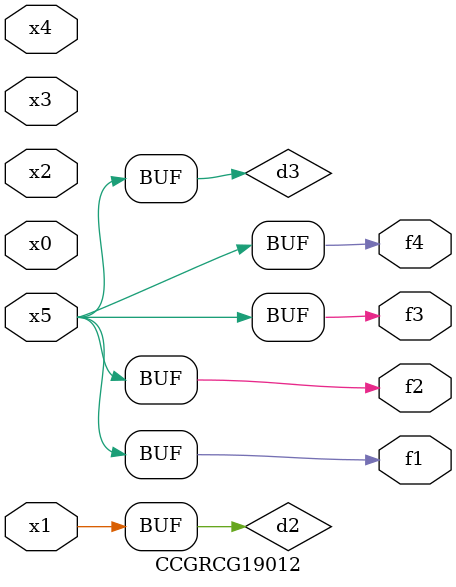
<source format=v>
module CCGRCG19012(
	input x0, x1, x2, x3, x4, x5,
	output f1, f2, f3, f4
);

	wire d1, d2, d3;

	not (d1, x5);
	or (d2, x1);
	xnor (d3, d1);
	assign f1 = d3;
	assign f2 = d3;
	assign f3 = d3;
	assign f4 = d3;
endmodule

</source>
